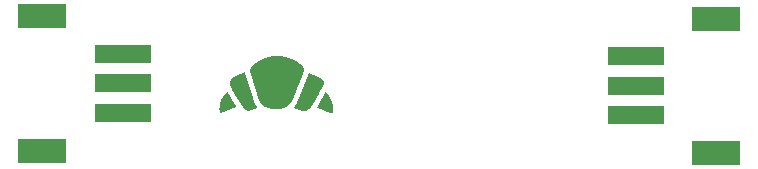
<source format=gbs>
G04*
G04 #@! TF.GenerationSoftware,Altium Limited,Altium Designer,20.1.12 (249)*
G04*
G04 Layer_Color=16711935*
%FSLAX25Y25*%
%MOIN*%
G70*
G04*
G04 #@! TF.SameCoordinates,9F8D7EE4-A703-4B50-B93F-D04A273BC2B7*
G04*
G04*
G04 #@! TF.FilePolarity,Negative*
G04*
G01*
G75*
%ADD27R,0.16154X0.07887*%
%ADD28R,0.18517X0.05918*%
G36*
X94881Y35460D02*
X95859D01*
Y35379D01*
X96266D01*
Y35298D01*
X96755D01*
Y35216D01*
X96999D01*
Y35135D01*
X97407D01*
Y35053D01*
X97651D01*
Y34972D01*
X97977D01*
Y34890D01*
X98221D01*
Y34809D01*
X98466D01*
Y34727D01*
X98710D01*
Y34646D01*
X98873D01*
Y34564D01*
X99117D01*
Y34483D01*
X99362D01*
Y34402D01*
X99524D01*
Y34320D01*
X99687D01*
Y34238D01*
X99850D01*
Y34157D01*
X100013D01*
Y34076D01*
X100176D01*
Y33994D01*
X100339D01*
Y33913D01*
X100502D01*
Y33831D01*
X100665D01*
Y33750D01*
X100828D01*
Y33668D01*
X100909D01*
Y33587D01*
X101072D01*
Y33505D01*
X101235D01*
Y33424D01*
X101317D01*
Y33342D01*
X101479D01*
Y33261D01*
X101561D01*
Y33180D01*
X101724D01*
Y33098D01*
X101805D01*
Y33017D01*
X101887D01*
Y32935D01*
X102050D01*
Y32854D01*
X102131D01*
Y32772D01*
X102213D01*
Y32691D01*
X102294D01*
Y32609D01*
X102375D01*
Y32528D01*
X102457D01*
Y32447D01*
X102538D01*
Y32365D01*
X102620D01*
Y32284D01*
X102701D01*
Y32202D01*
X102783D01*
Y32121D01*
X102864D01*
Y32039D01*
Y31958D01*
X102946D01*
Y31876D01*
X103027D01*
Y31795D01*
Y31713D01*
X103109D01*
Y31632D01*
Y31550D01*
X103190D01*
Y31469D01*
Y31387D01*
Y31306D01*
X103272D01*
Y31225D01*
Y31143D01*
Y31062D01*
Y30980D01*
Y30899D01*
Y30817D01*
Y30736D01*
Y30654D01*
Y30573D01*
Y30492D01*
Y30410D01*
Y30329D01*
X103190D01*
Y30247D01*
Y30166D01*
Y30084D01*
X103109D01*
Y30003D01*
Y29921D01*
Y29840D01*
Y29758D01*
X103027D01*
Y29677D01*
Y29595D01*
Y29514D01*
X102946D01*
Y29432D01*
Y29351D01*
X102864D01*
Y29270D01*
Y29188D01*
Y29107D01*
X102783D01*
Y29025D01*
Y28944D01*
X102701D01*
Y28862D01*
Y28781D01*
Y28699D01*
X102620D01*
Y28618D01*
Y28536D01*
X102538D01*
Y28455D01*
Y28374D01*
Y28292D01*
X102457D01*
Y28211D01*
Y28129D01*
Y28048D01*
X102375D01*
Y27966D01*
Y27885D01*
X102294D01*
Y27803D01*
Y27722D01*
Y27640D01*
X102213D01*
Y27559D01*
Y27477D01*
X102131D01*
Y27396D01*
Y27315D01*
X102050D01*
Y27233D01*
Y27152D01*
Y27070D01*
X101968D01*
Y26989D01*
Y26907D01*
X101887D01*
Y26826D01*
Y26744D01*
Y26663D01*
X101805D01*
Y26581D01*
Y26500D01*
X101724D01*
Y26419D01*
Y26337D01*
Y26256D01*
X101642D01*
Y26174D01*
Y26093D01*
X101561D01*
Y26011D01*
Y25930D01*
Y25848D01*
X101479D01*
Y25767D01*
Y25685D01*
X101398D01*
Y25604D01*
Y25523D01*
Y25441D01*
X101317D01*
Y25360D01*
Y25278D01*
X101235D01*
Y25197D01*
Y25115D01*
X101154D01*
Y25034D01*
Y24952D01*
Y24871D01*
X101072D01*
Y24789D01*
Y24708D01*
Y24626D01*
X100991D01*
Y24545D01*
Y24464D01*
X100909D01*
Y24382D01*
Y24301D01*
Y24219D01*
X100828D01*
Y24138D01*
Y24056D01*
X100746D01*
Y23975D01*
Y23893D01*
Y23812D01*
X100665D01*
Y23730D01*
Y23649D01*
X100584D01*
Y23568D01*
Y23486D01*
Y23405D01*
X100502D01*
Y23323D01*
Y23242D01*
X100420D01*
Y23160D01*
Y23079D01*
Y22997D01*
X100339D01*
Y22916D01*
Y22834D01*
X100258D01*
Y22753D01*
Y22671D01*
X100176D01*
Y22590D01*
Y22509D01*
Y22427D01*
X100095D01*
Y22346D01*
Y22264D01*
Y22183D01*
X100013D01*
Y22101D01*
Y22020D01*
X99932D01*
Y21938D01*
Y21857D01*
Y21775D01*
X99850D01*
Y21694D01*
Y21612D01*
X99769D01*
Y21531D01*
Y21450D01*
X99687D01*
Y21368D01*
Y21287D01*
X99606D01*
Y21205D01*
Y21124D01*
Y21042D01*
X99524D01*
Y20961D01*
Y20879D01*
X99443D01*
Y20798D01*
Y20717D01*
X99362D01*
Y20635D01*
Y20554D01*
X99280D01*
Y20472D01*
Y20391D01*
X99199D01*
Y20309D01*
X99117D01*
Y20228D01*
Y20146D01*
X99036D01*
Y20065D01*
Y19983D01*
X98954D01*
Y19902D01*
X98873D01*
Y19820D01*
Y19739D01*
X98791D01*
Y19658D01*
X98710D01*
Y19576D01*
X98628D01*
Y19495D01*
X98547D01*
Y19413D01*
X98466D01*
Y19332D01*
X98384D01*
Y19250D01*
X98303D01*
Y19169D01*
X98221D01*
Y19087D01*
X98140D01*
Y19006D01*
X98058D01*
Y18924D01*
X97977D01*
Y18843D01*
X97814D01*
Y18762D01*
X97651D01*
Y18680D01*
X97570D01*
Y18599D01*
X97407D01*
Y18517D01*
X97244D01*
Y18436D01*
X97081D01*
Y18354D01*
X96836D01*
Y18273D01*
X96592D01*
Y18191D01*
X96429D01*
Y18110D01*
X96103D01*
Y18028D01*
X95777D01*
Y17947D01*
X95289D01*
Y17865D01*
X94230D01*
Y17784D01*
X93985D01*
Y17865D01*
X92845D01*
Y17947D01*
X92275D01*
Y18028D01*
X92030D01*
Y18110D01*
X91623D01*
Y18191D01*
X91379D01*
Y18273D01*
X91134D01*
Y18354D01*
X90890D01*
Y18436D01*
X90645D01*
Y18517D01*
X90483D01*
Y18599D01*
X90320D01*
Y18680D01*
X90157D01*
Y18762D01*
X89994D01*
Y18843D01*
X89831D01*
Y18924D01*
X89668D01*
Y19006D01*
X89587D01*
Y19087D01*
X89505D01*
Y19169D01*
X89342D01*
Y19250D01*
X89261D01*
Y19332D01*
X89179D01*
Y19413D01*
X89098D01*
Y19495D01*
X89016D01*
Y19576D01*
Y19658D01*
X88935D01*
Y19739D01*
X88853D01*
Y19820D01*
X88772D01*
Y19902D01*
Y19983D01*
X88691D01*
Y20065D01*
Y20146D01*
X88609D01*
Y20228D01*
Y20309D01*
X88528D01*
Y20391D01*
Y20472D01*
X88446D01*
Y20554D01*
Y20635D01*
X88365D01*
Y20717D01*
Y20798D01*
Y20879D01*
X88283D01*
Y20961D01*
Y21042D01*
X88202D01*
Y21124D01*
Y21205D01*
Y21287D01*
X88120D01*
Y21368D01*
Y21450D01*
Y21531D01*
Y21612D01*
X88039D01*
Y21694D01*
Y21775D01*
Y21857D01*
X87957D01*
Y21938D01*
Y22020D01*
Y22101D01*
X87876D01*
Y22183D01*
Y22264D01*
Y22346D01*
X87795D01*
Y22427D01*
Y22509D01*
Y22590D01*
X87713D01*
Y22671D01*
Y22753D01*
Y22834D01*
X87632D01*
Y22916D01*
Y22997D01*
Y23079D01*
Y23160D01*
X87550D01*
Y23242D01*
Y23323D01*
Y23405D01*
X87469D01*
Y23486D01*
Y23568D01*
Y23649D01*
X87387D01*
Y23730D01*
Y23812D01*
Y23893D01*
Y23975D01*
X87306D01*
Y24056D01*
Y24138D01*
Y24219D01*
X87224D01*
Y24301D01*
Y24382D01*
Y24464D01*
X87143D01*
Y24545D01*
Y24626D01*
Y24708D01*
X87061D01*
Y24789D01*
Y24871D01*
Y24952D01*
X86980D01*
Y25034D01*
Y25115D01*
Y25197D01*
X86898D01*
Y25278D01*
Y25360D01*
Y25441D01*
Y25523D01*
X86817D01*
Y25604D01*
Y25685D01*
Y25767D01*
X86735D01*
Y25848D01*
Y25930D01*
Y26011D01*
X86654D01*
Y26093D01*
Y26174D01*
Y26256D01*
X86573D01*
Y26337D01*
Y26419D01*
Y26500D01*
X86491D01*
Y26581D01*
Y26663D01*
Y26744D01*
X86410D01*
Y26826D01*
Y26907D01*
Y26989D01*
Y27070D01*
X86328D01*
Y27152D01*
Y27233D01*
Y27315D01*
X86247D01*
Y27396D01*
Y27477D01*
Y27559D01*
X86165D01*
Y27640D01*
Y27722D01*
Y27803D01*
X86084D01*
Y27885D01*
Y27966D01*
Y28048D01*
X86002D01*
Y28129D01*
Y28211D01*
Y28292D01*
X85921D01*
Y28374D01*
Y28455D01*
Y28536D01*
Y28618D01*
X85839D01*
Y28699D01*
Y28781D01*
Y28862D01*
X85758D01*
Y28944D01*
Y29025D01*
Y29107D01*
X85677D01*
Y29188D01*
Y29270D01*
Y29351D01*
X85595D01*
Y29432D01*
Y29514D01*
X85514D01*
Y29595D01*
Y29677D01*
Y29758D01*
Y29840D01*
X85432D01*
Y29921D01*
Y30003D01*
Y30084D01*
Y30166D01*
X85351D01*
Y30247D01*
Y30329D01*
Y30410D01*
Y30492D01*
Y30573D01*
Y30654D01*
Y30736D01*
Y30817D01*
Y30899D01*
X85432D01*
Y30980D01*
Y31062D01*
Y31143D01*
Y31225D01*
X85514D01*
Y31306D01*
Y31387D01*
X85595D01*
Y31469D01*
Y31550D01*
X85677D01*
Y31632D01*
X85758D01*
Y31713D01*
Y31795D01*
X85839D01*
Y31876D01*
X85921D01*
Y31958D01*
X86002D01*
Y32039D01*
Y32121D01*
X86084D01*
Y32202D01*
X86165D01*
Y32284D01*
X86247D01*
Y32365D01*
X86328D01*
Y32447D01*
X86410D01*
Y32528D01*
X86573D01*
Y32609D01*
X86654D01*
Y32691D01*
X86735D01*
Y32772D01*
X86817D01*
Y32854D01*
X86898D01*
Y32935D01*
X87061D01*
Y33017D01*
X87143D01*
Y33098D01*
X87224D01*
Y33180D01*
X87387D01*
Y33261D01*
X87469D01*
Y33342D01*
X87632D01*
Y33424D01*
X87713D01*
Y33505D01*
X87876D01*
Y33587D01*
X87957D01*
Y33668D01*
X88120D01*
Y33750D01*
X88283D01*
Y33831D01*
X88365D01*
Y33913D01*
X88528D01*
Y33994D01*
X88691D01*
Y34076D01*
X88853D01*
Y34157D01*
X89016D01*
Y34238D01*
X89179D01*
Y34320D01*
X89342D01*
Y34402D01*
X89505D01*
Y34483D01*
X89749D01*
Y34564D01*
X89912D01*
Y34646D01*
X90075D01*
Y34727D01*
X90320D01*
Y34809D01*
X90564D01*
Y34890D01*
X90808D01*
Y34972D01*
X91053D01*
Y35053D01*
X91297D01*
Y35135D01*
X91704D01*
Y35216D01*
X91949D01*
Y35298D01*
X92438D01*
Y35379D01*
X92763D01*
Y35460D01*
X93741D01*
Y35542D01*
X94881D01*
Y35460D01*
D02*
G37*
G36*
X83640Y30084D02*
Y30003D01*
Y29921D01*
X83722D01*
Y29840D01*
Y29758D01*
Y29677D01*
Y29595D01*
X83803D01*
Y29514D01*
Y29432D01*
Y29351D01*
Y29270D01*
X83885D01*
Y29188D01*
Y29107D01*
Y29025D01*
X83966D01*
Y28944D01*
Y28862D01*
Y28781D01*
X84047D01*
Y28699D01*
Y28618D01*
Y28536D01*
X84129D01*
Y28455D01*
Y28374D01*
Y28292D01*
X84210D01*
Y28211D01*
Y28129D01*
Y28048D01*
X84292D01*
Y27966D01*
Y27885D01*
Y27803D01*
X84373D01*
Y27722D01*
Y27640D01*
Y27559D01*
Y27477D01*
X84455D01*
Y27396D01*
Y27315D01*
Y27233D01*
X84536D01*
Y27152D01*
Y27070D01*
Y26989D01*
X84618D01*
Y26907D01*
Y26826D01*
Y26744D01*
X84699D01*
Y26663D01*
Y26581D01*
Y26500D01*
X84781D01*
Y26419D01*
Y26337D01*
Y26256D01*
Y26174D01*
X84862D01*
Y26093D01*
Y26011D01*
X84943D01*
Y25930D01*
Y25848D01*
Y25767D01*
Y25685D01*
X85025D01*
Y25604D01*
Y25523D01*
Y25441D01*
X85106D01*
Y25360D01*
Y25278D01*
Y25197D01*
X85188D01*
Y25115D01*
Y25034D01*
Y24952D01*
Y24871D01*
X85269D01*
Y24789D01*
Y24708D01*
X85351D01*
Y24626D01*
Y24545D01*
Y24464D01*
Y24382D01*
X85432D01*
Y24301D01*
Y24219D01*
Y24138D01*
X85514D01*
Y24056D01*
Y23975D01*
Y23893D01*
X85595D01*
Y23812D01*
Y23730D01*
Y23649D01*
Y23568D01*
X85677D01*
Y23486D01*
Y23405D01*
X85758D01*
Y23323D01*
Y23242D01*
Y23160D01*
Y23079D01*
X85839D01*
Y22997D01*
Y22916D01*
X85921D01*
Y22834D01*
Y22753D01*
Y22671D01*
Y22590D01*
X86002D01*
Y22509D01*
Y22427D01*
Y22346D01*
X86084D01*
Y22264D01*
Y22183D01*
Y22101D01*
X86165D01*
Y22020D01*
Y21938D01*
Y21857D01*
Y21775D01*
X86247D01*
Y21694D01*
Y21612D01*
X86328D01*
Y21531D01*
Y21450D01*
Y21368D01*
Y21287D01*
X86410D01*
Y21205D01*
Y21124D01*
Y21042D01*
X86491D01*
Y20961D01*
Y20879D01*
Y20798D01*
X86573D01*
Y20717D01*
Y20635D01*
Y20554D01*
X86654D01*
Y20472D01*
Y20391D01*
Y20309D01*
X86735D01*
Y20228D01*
Y20146D01*
Y20065D01*
X86817D01*
Y19983D01*
Y19902D01*
X86898D01*
Y19820D01*
Y19739D01*
X86980D01*
Y19658D01*
Y19576D01*
X87061D01*
Y19495D01*
Y19413D01*
X87143D01*
Y19332D01*
Y19250D01*
X87224D01*
Y19169D01*
Y19087D01*
X87306D01*
Y19006D01*
Y18924D01*
X87387D01*
Y18843D01*
X87469D01*
Y18762D01*
X87550D01*
Y18680D01*
Y18599D01*
X87632D01*
Y18517D01*
X87713D01*
Y18436D01*
X87795D01*
Y18354D01*
X87876D01*
Y18273D01*
X87713D01*
Y18191D01*
X87550D01*
Y18110D01*
X87306D01*
Y18028D01*
X87143D01*
Y17947D01*
X86980D01*
Y17865D01*
X86735D01*
Y17784D01*
X86573D01*
Y17703D01*
X86328D01*
Y17621D01*
X86165D01*
Y17540D01*
X85921D01*
Y17458D01*
X85677D01*
Y17377D01*
X85351D01*
Y17295D01*
X84292D01*
Y17377D01*
X84129D01*
Y17458D01*
X83966D01*
Y17540D01*
X83885D01*
Y17621D01*
X83803D01*
Y17703D01*
X83640D01*
Y17784D01*
X83559D01*
Y17865D01*
X83477D01*
Y17947D01*
X83396D01*
Y18028D01*
X83314D01*
Y18110D01*
Y18191D01*
X83233D01*
Y18273D01*
X83151D01*
Y18354D01*
X83070D01*
Y18436D01*
X82988D01*
Y18517D01*
Y18599D01*
X82907D01*
Y18680D01*
X82825D01*
Y18762D01*
X82744D01*
Y18843D01*
Y18924D01*
X82663D01*
Y19006D01*
X82581D01*
Y19087D01*
Y19169D01*
X82500D01*
Y19250D01*
X82418D01*
Y19332D01*
Y19413D01*
X82337D01*
Y19495D01*
X82255D01*
Y19576D01*
Y19658D01*
X82174D01*
Y19739D01*
X82092D01*
Y19820D01*
Y19902D01*
X82011D01*
Y19983D01*
X81929D01*
Y20065D01*
Y20146D01*
X81848D01*
Y20228D01*
X81767D01*
Y20309D01*
Y20391D01*
X81685D01*
Y20472D01*
X81604D01*
Y20554D01*
Y20635D01*
X81522D01*
Y20717D01*
Y20798D01*
X81441D01*
Y20879D01*
X81359D01*
Y20961D01*
Y21042D01*
X81278D01*
Y21124D01*
X81196D01*
Y21205D01*
Y21287D01*
X81115D01*
Y21368D01*
Y21450D01*
X81033D01*
Y21531D01*
X80952D01*
Y21612D01*
Y21694D01*
X80870D01*
Y21775D01*
Y21857D01*
X80789D01*
Y21938D01*
X80708D01*
Y22020D01*
Y22101D01*
X80626D01*
Y22183D01*
X80545D01*
Y22264D01*
Y22346D01*
X80463D01*
Y22427D01*
Y22509D01*
X80382D01*
Y22590D01*
X80300D01*
Y22671D01*
Y22753D01*
X80219D01*
Y22834D01*
Y22916D01*
X80137D01*
Y22997D01*
X80056D01*
Y23079D01*
Y23160D01*
X79975D01*
Y23242D01*
Y23323D01*
X79893D01*
Y23405D01*
X79812D01*
Y23486D01*
Y23568D01*
X79730D01*
Y23649D01*
X79649D01*
Y23730D01*
Y23812D01*
X79567D01*
Y23893D01*
Y23975D01*
X79486D01*
Y24056D01*
Y24138D01*
X79404D01*
Y24219D01*
Y24301D01*
X79323D01*
Y24382D01*
Y24464D01*
X79241D01*
Y24545D01*
Y24626D01*
Y24708D01*
X79160D01*
Y24789D01*
Y24871D01*
X79078D01*
Y24952D01*
Y25034D01*
X78997D01*
Y25115D01*
Y25197D01*
Y25278D01*
X78916D01*
Y25360D01*
Y25441D01*
Y25523D01*
X78834D01*
Y25604D01*
Y25685D01*
X78753D01*
Y25767D01*
Y25848D01*
Y25930D01*
Y26011D01*
X78671D01*
Y26093D01*
Y26174D01*
Y26256D01*
Y26337D01*
Y26419D01*
Y26500D01*
Y26581D01*
Y26663D01*
Y26744D01*
Y26826D01*
Y26907D01*
Y26989D01*
Y27070D01*
Y27152D01*
X78753D01*
Y27233D01*
Y27315D01*
X78834D01*
Y27396D01*
Y27477D01*
X78916D01*
Y27559D01*
Y27640D01*
X78997D01*
Y27722D01*
X79078D01*
Y27803D01*
X79160D01*
Y27885D01*
X79241D01*
Y27966D01*
X79323D01*
Y28048D01*
X79404D01*
Y28129D01*
X79486D01*
Y28211D01*
X79649D01*
Y28292D01*
X79730D01*
Y28374D01*
X79812D01*
Y28455D01*
X79975D01*
Y28536D01*
X80137D01*
Y28618D01*
X80219D01*
Y28699D01*
X80382D01*
Y28781D01*
X80545D01*
Y28862D01*
X80708D01*
Y28944D01*
X80870D01*
Y29025D01*
X80952D01*
Y29107D01*
X81196D01*
Y29188D01*
X81359D01*
Y29270D01*
X81522D01*
Y29351D01*
X81685D01*
Y29432D01*
X81848D01*
Y29514D01*
X82092D01*
Y29595D01*
X82255D01*
Y29677D01*
X82500D01*
Y29758D01*
X82663D01*
Y29840D01*
X82907D01*
Y29921D01*
X83070D01*
Y30003D01*
X83314D01*
Y30084D01*
X83559D01*
Y30166D01*
X83640D01*
Y30084D01*
D02*
G37*
G36*
X105145Y29758D02*
X105308D01*
Y29677D01*
X105552D01*
Y29595D01*
X105715D01*
Y29514D01*
X105878D01*
Y29432D01*
X106123D01*
Y29351D01*
X106286D01*
Y29270D01*
X106530D01*
Y29188D01*
X106611D01*
Y29107D01*
X106856D01*
Y29025D01*
X107019D01*
Y28944D01*
X107182D01*
Y28862D01*
X107344D01*
Y28781D01*
X107507D01*
Y28699D01*
X107752D01*
Y28618D01*
X107833D01*
Y28536D01*
X107996D01*
Y28455D01*
X108159D01*
Y28374D01*
X108322D01*
Y28292D01*
X108485D01*
Y28211D01*
X108566D01*
Y28129D01*
X108729D01*
Y28048D01*
X108892D01*
Y27966D01*
X108974D01*
Y27885D01*
X109137D01*
Y27803D01*
X109218D01*
Y27722D01*
X109381D01*
Y27640D01*
X109462D01*
Y27559D01*
X109544D01*
Y27477D01*
X109625D01*
Y27396D01*
X109707D01*
Y27315D01*
X109788D01*
Y27233D01*
X109870D01*
Y27152D01*
Y27070D01*
X109951D01*
Y26989D01*
Y26907D01*
X110033D01*
Y26826D01*
Y26744D01*
Y26663D01*
Y26581D01*
Y26500D01*
Y26419D01*
Y26337D01*
Y26256D01*
X109951D01*
Y26174D01*
Y26093D01*
X109870D01*
Y26011D01*
Y25930D01*
Y25848D01*
X109788D01*
Y25767D01*
Y25685D01*
X109707D01*
Y25604D01*
Y25523D01*
X109625D01*
Y25441D01*
Y25360D01*
X109544D01*
Y25278D01*
Y25197D01*
X109462D01*
Y25115D01*
Y25034D01*
X109381D01*
Y24952D01*
X109300D01*
Y24871D01*
Y24789D01*
X109218D01*
Y24708D01*
Y24626D01*
X109137D01*
Y24545D01*
Y24464D01*
X109055D01*
Y24382D01*
Y24301D01*
X108974D01*
Y24219D01*
X108892D01*
Y24138D01*
Y24056D01*
X108811D01*
Y23975D01*
Y23893D01*
X108729D01*
Y23812D01*
Y23730D01*
X108648D01*
Y23649D01*
Y23568D01*
X108566D01*
Y23486D01*
Y23405D01*
X108485D01*
Y23323D01*
Y23242D01*
X108403D01*
Y23160D01*
X108322D01*
Y23079D01*
Y22997D01*
X108240D01*
Y22916D01*
Y22834D01*
X108159D01*
Y22753D01*
Y22671D01*
X108078D01*
Y22590D01*
Y22509D01*
X107996D01*
Y22427D01*
X107915D01*
Y22346D01*
Y22264D01*
X107833D01*
Y22183D01*
Y22101D01*
X107752D01*
Y22020D01*
Y21938D01*
X107670D01*
Y21857D01*
Y21775D01*
X107589D01*
Y21694D01*
X107507D01*
Y21612D01*
Y21531D01*
X107426D01*
Y21450D01*
Y21368D01*
X107344D01*
Y21287D01*
Y21205D01*
X107263D01*
Y21124D01*
Y21042D01*
X107182D01*
Y20961D01*
Y20879D01*
X107100D01*
Y20798D01*
Y20717D01*
X107019D01*
Y20635D01*
X106937D01*
Y20554D01*
Y20472D01*
X106856D01*
Y20391D01*
Y20309D01*
X106774D01*
Y20228D01*
Y20146D01*
X106693D01*
Y20065D01*
Y19983D01*
X106611D01*
Y19902D01*
X106530D01*
Y19820D01*
Y19739D01*
X106448D01*
Y19658D01*
Y19576D01*
X106367D01*
Y19495D01*
Y19413D01*
X106286D01*
Y19332D01*
Y19250D01*
X106204D01*
Y19169D01*
X106123D01*
Y19087D01*
X106041D01*
Y19006D01*
Y18924D01*
X105960D01*
Y18843D01*
X105878D01*
Y18762D01*
X105797D01*
Y18680D01*
X105715D01*
Y18599D01*
Y18517D01*
X105634D01*
Y18436D01*
X105552D01*
Y18354D01*
X105471D01*
Y18273D01*
X105389D01*
Y18191D01*
X105308D01*
Y18110D01*
X105227D01*
Y18028D01*
X105145D01*
Y17947D01*
X105064D01*
Y17865D01*
X104982D01*
Y17784D01*
X104901D01*
Y17703D01*
X104819D01*
Y17621D01*
X104656D01*
Y17540D01*
X104575D01*
Y17458D01*
X104412D01*
Y17377D01*
X104249D01*
Y17295D01*
X104005D01*
Y17214D01*
X102864D01*
Y17295D01*
X102457D01*
Y17377D01*
X102131D01*
Y17458D01*
X101887D01*
Y17540D01*
X101561D01*
Y17621D01*
X101398D01*
Y17703D01*
X101154D01*
Y17784D01*
X100909D01*
Y17865D01*
X100746D01*
Y17947D01*
X100502D01*
Y18028D01*
X100339D01*
Y18110D01*
X100095D01*
Y18191D01*
X99932D01*
Y18273D01*
X99850D01*
Y18354D01*
X99932D01*
Y18436D01*
X100013D01*
Y18517D01*
Y18599D01*
X100095D01*
Y18680D01*
X100176D01*
Y18762D01*
X100258D01*
Y18843D01*
X100339D01*
Y18924D01*
Y19006D01*
X100420D01*
Y19087D01*
X100502D01*
Y19169D01*
Y19250D01*
X100584D01*
Y19332D01*
X100665D01*
Y19413D01*
Y19495D01*
X100746D01*
Y19576D01*
Y19658D01*
X100828D01*
Y19739D01*
Y19820D01*
X100909D01*
Y19902D01*
Y19983D01*
X100991D01*
Y20065D01*
Y20146D01*
X101072D01*
Y20228D01*
Y20309D01*
X101154D01*
Y20391D01*
Y20472D01*
X101235D01*
Y20554D01*
Y20635D01*
X101317D01*
Y20717D01*
Y20798D01*
Y20879D01*
X101398D01*
Y20961D01*
Y21042D01*
X101479D01*
Y21124D01*
Y21205D01*
X101561D01*
Y21287D01*
Y21368D01*
Y21450D01*
X101642D01*
Y21531D01*
Y21612D01*
X101724D01*
Y21694D01*
Y21775D01*
Y21857D01*
X101805D01*
Y21938D01*
Y22020D01*
X101887D01*
Y22101D01*
Y22183D01*
Y22264D01*
X101968D01*
Y22346D01*
Y22427D01*
X102050D01*
Y22509D01*
Y22590D01*
Y22671D01*
X102131D01*
Y22753D01*
Y22834D01*
X102213D01*
Y22916D01*
Y22997D01*
Y23079D01*
X102294D01*
Y23160D01*
Y23242D01*
X102375D01*
Y23323D01*
Y23405D01*
Y23486D01*
X102457D01*
Y23568D01*
Y23649D01*
X102538D01*
Y23730D01*
Y23812D01*
Y23893D01*
X102620D01*
Y23975D01*
Y24056D01*
X102701D01*
Y24138D01*
Y24219D01*
Y24301D01*
X102783D01*
Y24382D01*
Y24464D01*
X102864D01*
Y24545D01*
Y24626D01*
Y24708D01*
X102946D01*
Y24789D01*
Y24871D01*
X103027D01*
Y24952D01*
Y25034D01*
Y25115D01*
X103109D01*
Y25197D01*
Y25278D01*
X103190D01*
Y25360D01*
Y25441D01*
X103272D01*
Y25523D01*
Y25604D01*
Y25685D01*
X103353D01*
Y25767D01*
Y25848D01*
Y25930D01*
X103435D01*
Y26011D01*
Y26093D01*
X103516D01*
Y26174D01*
Y26256D01*
X103597D01*
Y26337D01*
Y26419D01*
Y26500D01*
X103679D01*
Y26581D01*
Y26663D01*
X103760D01*
Y26744D01*
Y26826D01*
Y26907D01*
X103842D01*
Y26989D01*
Y27070D01*
X103923D01*
Y27152D01*
Y27233D01*
Y27315D01*
X104005D01*
Y27396D01*
Y27477D01*
X104086D01*
Y27559D01*
Y27640D01*
Y27722D01*
X104168D01*
Y27803D01*
Y27885D01*
X104249D01*
Y27966D01*
Y28048D01*
Y28129D01*
X104331D01*
Y28211D01*
Y28292D01*
X104412D01*
Y28374D01*
Y28455D01*
Y28536D01*
X104493D01*
Y28618D01*
Y28699D01*
X104575D01*
Y28781D01*
Y28862D01*
Y28944D01*
X104656D01*
Y29025D01*
Y29107D01*
Y29188D01*
X104738D01*
Y29270D01*
Y29351D01*
Y29432D01*
X104819D01*
Y29514D01*
Y29595D01*
Y29677D01*
X104901D01*
Y29758D01*
Y29840D01*
X105145D01*
Y29758D01*
D02*
G37*
G36*
X77857Y23486D02*
Y23405D01*
X77938D01*
Y23323D01*
Y23242D01*
X78019D01*
Y23160D01*
Y23079D01*
X78101D01*
Y22997D01*
Y22916D01*
X78182D01*
Y22834D01*
Y22753D01*
X78264D01*
Y22671D01*
X78345D01*
Y22590D01*
Y22509D01*
X78427D01*
Y22427D01*
X78508D01*
Y22346D01*
Y22264D01*
X78590D01*
Y22183D01*
Y22101D01*
X78671D01*
Y22020D01*
X78753D01*
Y21938D01*
Y21857D01*
X78834D01*
Y21775D01*
Y21694D01*
X78916D01*
Y21612D01*
X78997D01*
Y21531D01*
Y21450D01*
X79078D01*
Y21368D01*
Y21287D01*
X79160D01*
Y21205D01*
X79241D01*
Y21124D01*
Y21042D01*
X79323D01*
Y20961D01*
Y20879D01*
X79404D01*
Y20798D01*
X79486D01*
Y20717D01*
Y20635D01*
X79567D01*
Y20554D01*
X79649D01*
Y20472D01*
Y20391D01*
X79730D01*
Y20309D01*
Y20228D01*
X79812D01*
Y20146D01*
X79893D01*
Y20065D01*
Y19983D01*
X79975D01*
Y19902D01*
X80056D01*
Y19820D01*
Y19739D01*
X80137D01*
Y19658D01*
Y19576D01*
X80219D01*
Y19495D01*
X80300D01*
Y19413D01*
Y19332D01*
X80382D01*
Y19250D01*
X80463D01*
Y19169D01*
Y19087D01*
X80545D01*
Y19006D01*
X80626D01*
Y18924D01*
Y18843D01*
X80708D01*
Y18762D01*
X80789D01*
Y18680D01*
Y18599D01*
X80708D01*
Y18517D01*
X80463D01*
Y18436D01*
X80300D01*
Y18354D01*
X80056D01*
Y18273D01*
X79893D01*
Y18191D01*
X79730D01*
Y18110D01*
X79486D01*
Y18028D01*
X79323D01*
Y17947D01*
X79078D01*
Y17865D01*
X78916D01*
Y17784D01*
X78671D01*
Y17703D01*
X78508D01*
Y17621D01*
X78345D01*
Y17540D01*
X78101D01*
Y17458D01*
X77938D01*
Y17377D01*
X77775D01*
Y17295D01*
X77531D01*
Y17214D01*
X77368D01*
Y17132D01*
X77123D01*
Y17051D01*
X76960D01*
Y16969D01*
X76716D01*
Y16888D01*
X76553D01*
Y16806D01*
X76309D01*
Y16725D01*
X76064D01*
Y16644D01*
X75820D01*
Y16562D01*
X75250D01*
Y16644D01*
Y16725D01*
Y16806D01*
X75168D01*
Y16888D01*
Y16969D01*
Y17051D01*
Y17132D01*
Y17214D01*
Y17295D01*
Y17377D01*
Y17458D01*
X75087D01*
Y17540D01*
Y17621D01*
Y17703D01*
Y17784D01*
Y17865D01*
Y17947D01*
Y18028D01*
Y18110D01*
Y18191D01*
Y18273D01*
X75168D01*
Y18354D01*
Y18436D01*
Y18517D01*
Y18599D01*
Y18680D01*
Y18762D01*
Y18843D01*
Y18924D01*
Y19006D01*
X75250D01*
Y19087D01*
Y19169D01*
Y19250D01*
Y19332D01*
Y19413D01*
X75331D01*
Y19495D01*
Y19576D01*
Y19658D01*
Y19739D01*
X75413D01*
Y19820D01*
Y19902D01*
Y19983D01*
Y20065D01*
X75494D01*
Y20146D01*
Y20228D01*
Y20309D01*
X75576D01*
Y20391D01*
Y20472D01*
Y20554D01*
X75657D01*
Y20635D01*
Y20717D01*
X75739D01*
Y20798D01*
Y20879D01*
Y20961D01*
X75820D01*
Y21042D01*
Y21124D01*
X75902D01*
Y21205D01*
Y21287D01*
X75983D01*
Y21368D01*
Y21450D01*
X76064D01*
Y21531D01*
X76146D01*
Y21612D01*
Y21694D01*
X76227D01*
Y21775D01*
Y21857D01*
X76309D01*
Y21938D01*
X76390D01*
Y22020D01*
Y22101D01*
X76472D01*
Y22183D01*
X76553D01*
Y22264D01*
Y22346D01*
X76635D01*
Y22427D01*
X76716D01*
Y22509D01*
X76798D01*
Y22590D01*
X76879D01*
Y22671D01*
Y22753D01*
X76960D01*
Y22834D01*
X77042D01*
Y22916D01*
X77123D01*
Y22997D01*
X77205D01*
Y23079D01*
X77286D01*
Y23160D01*
X77368D01*
Y23242D01*
X77449D01*
Y23323D01*
X77531D01*
Y23405D01*
X77694D01*
Y23486D01*
X77775D01*
Y23568D01*
X77857D01*
Y23486D01*
D02*
G37*
G36*
X110521Y23323D02*
X110603D01*
Y23242D01*
X110766D01*
Y23160D01*
Y23079D01*
X110929D01*
Y22997D01*
X111010D01*
Y22916D01*
X111092D01*
Y22834D01*
X111173D01*
Y22753D01*
Y22671D01*
X111255D01*
Y22590D01*
X111336D01*
Y22509D01*
X111417D01*
Y22427D01*
X111499D01*
Y22346D01*
X111580D01*
Y22264D01*
Y22183D01*
X111662D01*
Y22101D01*
X111743D01*
Y22020D01*
X111825D01*
Y21938D01*
Y21857D01*
X111906D01*
Y21775D01*
X111988D01*
Y21694D01*
Y21612D01*
X112069D01*
Y21531D01*
Y21450D01*
X112151D01*
Y21368D01*
Y21287D01*
X112232D01*
Y21205D01*
Y21124D01*
X112313D01*
Y21042D01*
Y20961D01*
X112395D01*
Y20879D01*
Y20798D01*
X112476D01*
Y20717D01*
Y20635D01*
X112558D01*
Y20554D01*
Y20472D01*
Y20391D01*
X112639D01*
Y20309D01*
Y20228D01*
Y20146D01*
X112721D01*
Y20065D01*
Y19983D01*
Y19902D01*
X112802D01*
Y19820D01*
Y19739D01*
Y19658D01*
Y19576D01*
Y19495D01*
X112884D01*
Y19413D01*
Y19332D01*
Y19250D01*
Y19169D01*
X112965D01*
Y19087D01*
Y19006D01*
Y18924D01*
Y18843D01*
Y18762D01*
Y18680D01*
Y18599D01*
Y18517D01*
Y18436D01*
X113047D01*
Y18354D01*
Y18273D01*
Y18191D01*
Y18110D01*
Y18028D01*
Y17947D01*
Y17865D01*
Y17784D01*
Y17703D01*
Y17621D01*
Y17540D01*
Y17458D01*
Y17377D01*
Y17295D01*
X112965D01*
Y17214D01*
Y17132D01*
Y17051D01*
Y16969D01*
Y16888D01*
Y16806D01*
Y16725D01*
X112884D01*
Y16644D01*
Y16562D01*
Y16481D01*
X112802D01*
Y16399D01*
Y16318D01*
X112558D01*
Y16399D01*
X112232D01*
Y16481D01*
X111988D01*
Y16562D01*
X111743D01*
Y16644D01*
X111499D01*
Y16725D01*
X111336D01*
Y16806D01*
X111092D01*
Y16888D01*
X110929D01*
Y16969D01*
X110684D01*
Y17051D01*
X110521D01*
Y17132D01*
X110358D01*
Y17214D01*
X110114D01*
Y17295D01*
X109951D01*
Y17377D01*
X109788D01*
Y17458D01*
X109544D01*
Y17540D01*
X109381D01*
Y17621D01*
X109218D01*
Y17703D01*
X108974D01*
Y17784D01*
X108811D01*
Y17865D01*
X108566D01*
Y17947D01*
X108403D01*
Y18028D01*
X108240D01*
Y18110D01*
X107996D01*
Y18191D01*
X107833D01*
Y18273D01*
X107670D01*
Y18354D01*
X107752D01*
Y18436D01*
Y18517D01*
X107833D01*
Y18599D01*
Y18680D01*
X107915D01*
Y18762D01*
Y18843D01*
X107996D01*
Y18924D01*
X108078D01*
Y19006D01*
Y19087D01*
X108159D01*
Y19169D01*
Y19250D01*
X108240D01*
Y19332D01*
Y19413D01*
X108322D01*
Y19495D01*
Y19576D01*
X108403D01*
Y19658D01*
X108485D01*
Y19739D01*
Y19820D01*
X108566D01*
Y19902D01*
Y19983D01*
X108648D01*
Y20065D01*
Y20146D01*
X108729D01*
Y20228D01*
Y20309D01*
X108811D01*
Y20391D01*
Y20472D01*
X108892D01*
Y20554D01*
X108974D01*
Y20635D01*
Y20717D01*
X109055D01*
Y20798D01*
Y20879D01*
X109137D01*
Y20961D01*
Y21042D01*
X109218D01*
Y21124D01*
Y21205D01*
X109300D01*
Y21287D01*
Y21368D01*
X109381D01*
Y21450D01*
X109462D01*
Y21531D01*
Y21612D01*
X109544D01*
Y21694D01*
Y21775D01*
X109625D01*
Y21857D01*
Y21938D01*
X109707D01*
Y22020D01*
Y22101D01*
X109788D01*
Y22183D01*
X109870D01*
Y22264D01*
Y22346D01*
X109951D01*
Y22427D01*
Y22509D01*
X110033D01*
Y22590D01*
Y22671D01*
X110114D01*
Y22753D01*
Y22834D01*
X110196D01*
Y22916D01*
Y22997D01*
X110277D01*
Y23079D01*
X110358D01*
Y23160D01*
Y23242D01*
X110440D01*
Y23323D01*
Y23405D01*
X110521D01*
Y23323D01*
D02*
G37*
D27*
X240748Y3150D02*
D03*
Y48031D02*
D03*
X16091Y48825D02*
D03*
Y3943D02*
D03*
D28*
X213976Y15748D02*
D03*
Y35433D02*
D03*
Y25591D02*
D03*
X42862Y36227D02*
D03*
Y16542D02*
D03*
Y26384D02*
D03*
M02*

</source>
